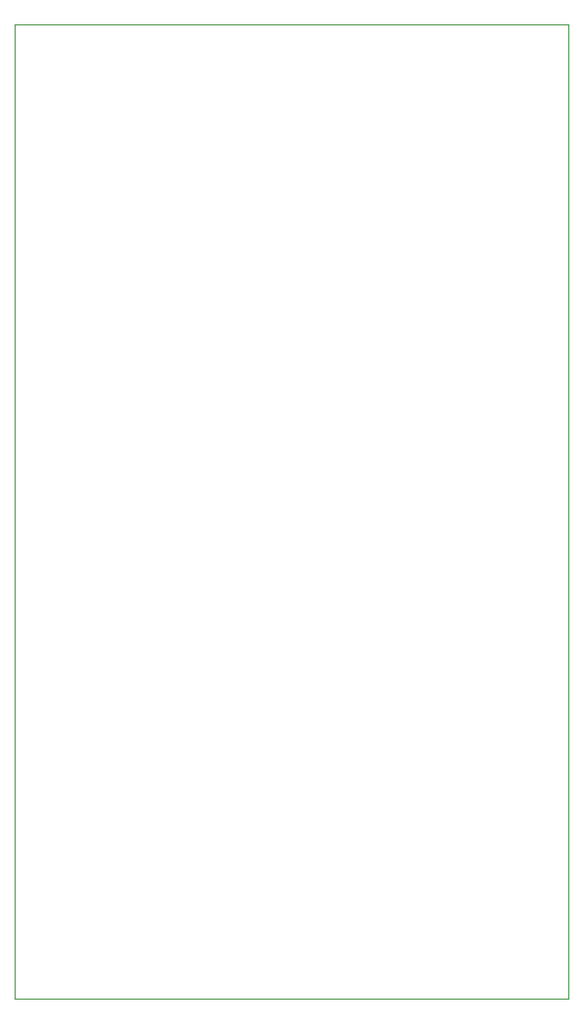
<source format=gbr>
%TF.GenerationSoftware,KiCad,Pcbnew,(6.0.7)*%
%TF.CreationDate,2023-01-23T16:12:41-05:00*%
%TF.ProjectId,Phoenix612_Stage_2_PA_Testing_v2.kicad_pro,50686f65-6e69-4783-9631-325f53746167,rev?*%
%TF.SameCoordinates,Original*%
%TF.FileFunction,Profile,NP*%
%FSLAX46Y46*%
G04 Gerber Fmt 4.6, Leading zero omitted, Abs format (unit mm)*
G04 Created by KiCad (PCBNEW (6.0.7)) date 2023-01-23 16:12:41*
%MOMM*%
%LPD*%
G01*
G04 APERTURE LIST*
%TA.AperFunction,Profile*%
%ADD10C,0.100000*%
%TD*%
G04 APERTURE END LIST*
D10*
X70856349Y-145097500D02*
X118925849Y-145097500D01*
X118925849Y-145097500D02*
X118925849Y-60515500D01*
X118925849Y-60515500D02*
X70856349Y-60515500D01*
X70856349Y-60515500D02*
X70856349Y-145097500D01*
M02*

</source>
